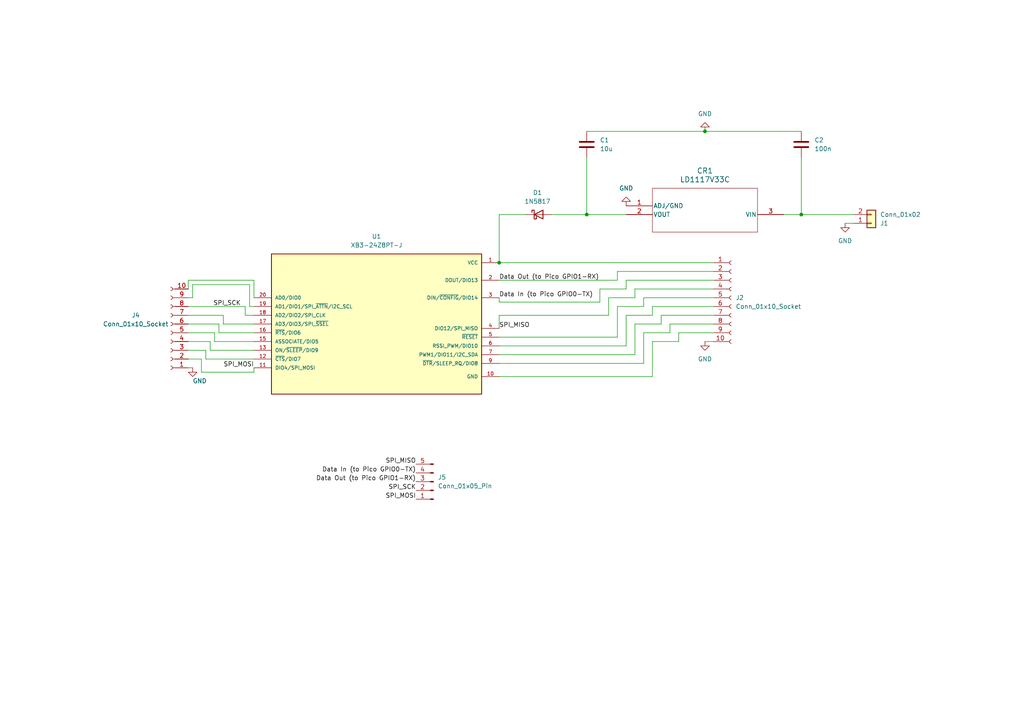
<source format=kicad_sch>
(kicad_sch (version 20230121) (generator eeschema)
  (paper "A4")
  (lib_symbols
    (symbol "Connector:Conn_01x05_Pin" (pin_names (offset 1.016) hide)
      (property "Reference" "J" (at 0 7.62 0))
      (property "Value" "Conn_01x05_Pin" (at 0 -7.62 0))
      (symbol "Conn_01x05_Pin_1_1"
        (polyline (pts (xy 1.27 -5.08) (xy 0.8636 -5.08)) (stroke (width 0.1524)))
        (polyline (pts (xy 1.27 -2.54) (xy 0.8636 -2.54)) (stroke (width 0.1524)))
        (polyline (pts (xy 1.27 0) (xy 0.8636 0)) (stroke (width 0.1524)))
        (polyline (pts (xy 1.27 2.54) (xy 0.8636 2.54)) (stroke (width 0.1524)))
        (polyline (pts (xy 1.27 5.08) (xy 0.8636 5.08)) (stroke (width 0.1524)))
        (rectangle (start 0.8636 -4.953) (end 0 -5.207) (stroke (width 0.1524)) (fill (type outline)))
        (rectangle (start 0.8636 -2.413) (end 0 -2.667) (stroke (width 0.1524)) (fill (type outline)))
        (rectangle (start 0.8636 0.127) (end 0 -0.127) (stroke (width 0.1524)) (fill (type outline)))
        (rectangle (start 0.8636 2.667) (end 0 2.413) (stroke (width 0.1524)) (fill (type outline)))
        (rectangle (start 0.8636 5.207) (end 0 4.953) (stroke (width 0.1524)) (fill (type outline)))
        (pin passive line (at 5.08 5.08 180) (length 3.81) (name "Pin_1") (number "1"))
        (pin passive line (at 5.08 2.54 180) (length 3.81) (name "Pin_2") (number "2"))
        (pin passive line (at 5.08 0 180) (length 3.81) (name "Pin_3") (number "3"))
        (pin passive line (at 5.08 -2.54 180) (length 3.81) (name "Pin_4") (number "4"))
        (pin passive line (at 5.08 -5.08 180) (length 3.81) (name "Pin_5") (number "5"))
      )
    )
    (symbol "Connector:Conn_01x10_Socket" (pin_names (offset 1.016) hide)
      (property "Reference" "J" (at 0 12.7 0))
      (property "Value" "Conn_01x10_Socket" (at 0 -15.24 0))
      (symbol "Conn_01x10_Socket_1_1"
        (arc (start 0 -12.192) (mid -0.5058 -12.7) (end 0 -13.208) (stroke (width 0.1524)))
        (arc (start 0 -9.652) (mid -0.5058 -10.16) (end 0 -10.668) (stroke (width 0.1524)))
        (arc (start 0 -7.112) (mid -0.5058 -7.62) (end 0 -8.128) (stroke (width 0.1524)))
        (arc (start 0 -4.572) (mid -0.5058 -5.08) (end 0 -5.588) (stroke (width 0.1524)))
        (arc (start 0 -2.032) (mid -0.5058 -2.54) (end 0 -3.048) (stroke (width 0.1524)))
        (polyline (pts (xy -1.27 -12.7) (xy -0.508 -12.7)) (stroke (width 0.1524)))
        (polyline (pts (xy -1.27 -10.16) (xy -0.508 -10.16)) (stroke (width 0.1524)))
        (polyline (pts (xy -1.27 -7.62) (xy -0.508 -7.62)) (stroke (width 0.1524)))
        (polyline (pts (xy -1.27 -5.08) (xy -0.508 -5.08)) (stroke (width 0.1524)))
        (polyline (pts (xy -1.27 -2.54) (xy -0.508 -2.54)) (stroke (width 0.1524)))
        (polyline (pts (xy -1.27 0) (xy -0.508 0)) (stroke (width 0.1524)))
        (polyline (pts (xy -1.27 2.54) (xy -0.508 2.54)) (stroke (width 0.1524)))
        (polyline (pts (xy -1.27 5.08) (xy -0.508 5.08)) (stroke (width 0.1524)))
        (polyline (pts (xy -1.27 7.62) (xy -0.508 7.62)) (stroke (width 0.1524)))
        (polyline (pts (xy -1.27 10.16) (xy -0.508 10.16)) (stroke (width 0.1524)))
        (arc (start 0 0.508) (mid -0.5058 0) (end 0 -0.508) (stroke (width 0.1524)))
        (arc (start 0 3.048) (mid -0.5058 2.54) (end 0 2.032) (stroke (width 0.1524)))
        (arc (start 0 5.588) (mid -0.5058 5.08) (end 0 4.572) (stroke (width 0.1524)))
        (arc (start 0 8.128) (mid -0.5058 7.62) (end 0 7.112) (stroke (width 0.1524)))
        (arc (start 0 10.668) (mid -0.5058 10.16) (end 0 9.652) (stroke (width 0.1524)))
        (pin passive line (at -5.08 10.16 0) (length 3.81) (name "Pin_1") (number "1"))
        (pin passive line (at -5.08 -12.7 0) (length 3.81) (name "Pin_10") (number "10"))
        (pin passive line (at -5.08 7.62 0) (length 3.81) (name "Pin_2") (number "2"))
        (pin passive line (at -5.08 5.08 0) (length 3.81) (name "Pin_3") (number "3"))
        (pin passive line (at -5.08 2.54 0) (length 3.81) (name "Pin_4") (number "4"))
        (pin passive line (at -5.08 0 0) (length 3.81) (name "Pin_5") (number "5"))
        (pin passive line (at -5.08 -2.54 0) (length 3.81) (name "Pin_6") (number "6"))
        (pin passive line (at -5.08 -5.08 0) (length 3.81) (name "Pin_7") (number "7"))
        (pin passive line (at -5.08 -7.62 0) (length 3.81) (name "Pin_8") (number "8"))
        (pin passive line (at -5.08 -10.16 0) (length 3.81) (name "Pin_9") (number "9"))
      )
    )
    (symbol "Connector_Generic:Conn_01x02" (pin_names (offset 1.016) hide)
      (property "Reference" "J" (at 0 2.54 0))
      (property "Value" "Conn_01x02" (at 0 -5.08 0))
      (symbol "Conn_01x02_1_1"
        (rectangle (start -1.27 -2.413) (end 0 -2.667) (stroke (width 0.1524)))
        (rectangle (start -1.27 0.127) (end 0 -0.127) (stroke (width 0.1524)))
        (rectangle (start -1.27 1.27) (end 1.27 -3.81) (stroke (width 0.254)) (fill (type background)))
        (pin passive line (at -5.08 0 0) (length 3.81) (name "Pin_1") (number "1"))
        (pin passive line (at -5.08 -2.54 0) (length 3.81) (name "Pin_2") (number "2"))
      )
    )
    (symbol "Device:C" (pin_numbers hide) (pin_names (offset 0.254))
      (property "Reference" "C" (at 0.635 2.54 0))
      (property "Value" "C" (at 0.635 -2.54 0))
      (symbol "C_0_1"
        (polyline (pts (xy -2.032 -0.762) (xy 2.032 -0.762)) (stroke (width 0.508)))
        (polyline (pts (xy -2.032 0.762) (xy 2.032 0.762)) (stroke (width 0.508)))
      )
      (symbol "C_1_1"
        (pin passive line (at 0 3.81 270) (length 2.794) (name "~") (number "1"))
        (pin passive line (at 0 -3.81 90) (length 2.794) (name "~") (number "2"))
      )
    )
    (symbol "Diode:1N5817" (pin_numbers hide) (pin_names (offset 1.016) hide)
      (property "Reference" "D" (at 0 2.54 0))
      (property "Value" "1N5817" (at 0 -2.54 0))
      (symbol "1N5817_0_1"
        (polyline (pts (xy 1.27 0) (xy -1.27 0)))
        (polyline (pts (xy 1.27 1.27) (xy 1.27 -1.27) (xy -1.27 0) (xy 1.27 1.27)) (stroke (width 0.254)))
        (polyline (pts (xy -1.905 0.635) (xy -1.905 1.27) (xy -1.27 1.27) (xy -1.27 -1.27) (xy -0.635 -1.27) (xy -0.635 -0.635)) (stroke (width 0.254)))
      )
      (symbol "1N5817_1_1"
        (pin passive line (at -3.81 0 0) (length 2.54) (name "K") (number "1"))
        (pin passive line (at 3.81 0 180) (length 2.54) (name "A") (number "2"))
      )
    )
    (symbol "LD1117V33C:LD1117V33C" (pin_names (offset 0.254))
      (property "Reference" "CR" (at 22.86 10.16 0))
      (property "Value" "LD1117V33C" (at 22.86 7.62 0))
      (symbol "LD1117V33C_0_1"
        (polyline (pts (xy 7.62 -7.62) (xy 38.1 -7.62)) (stroke (width 0.127)))
        (polyline (pts (xy 7.62 5.08) (xy 7.62 -7.62)) (stroke (width 0.127)))
        (polyline (pts (xy 38.1 -7.62) (xy 38.1 5.08)) (stroke (width 0.127)))
        (polyline (pts (xy 38.1 5.08) (xy 7.62 5.08)) (stroke (width 0.127)))
        (pin power_out line (at 0 0 0) (length 7.62) (name "ADJ/GND") (number "1"))
        (pin power_in line (at 0 -2.54 0) (length 7.62) (name "VOUT") (number "2"))
        (pin power_in line (at 45.72 -2.54 180) (length 7.62) (name "VIN") (number "3"))
      )
    )
    (symbol "XBeeModule:XB3-24Z8PT-J" (pin_names (offset 1.016))
      (property "Reference" "U1" (at 0 25.4 0))
      (property "Value" "XB3-24Z8PT-J" (at 0 22.86 0))
      (symbol "XB3-24Z8PT-J_0_0"
        (rectangle (start -30.48 20.32) (end 30.48 -20.32) (stroke (width 0.254)) (fill (type background)))
        (pin power_in line (at 35.56 17.78 180) (length 5.08) (name "VCC") (number "1"))
        (pin power_in line (at 35.56 -15.24 180) (length 5.08) (name "GND") (number "10"))
        (pin bidirectional line (at -35.56 -12.7 0) (length 5.08) (name "DIO4/SPI_MOSI") (number "11"))
        (pin bidirectional line (at -35.56 -10.16 0) (length 5.08) (name "~{CTS}/DIO7") (number "12"))
        (pin bidirectional line (at -35.56 -7.62 0) (length 5.08) (name "ON/~{SLEEP}/DIO9") (number "13"))
        (pin bidirectional line (at -35.56 -5.08 0) (length 5.08) (name "ASSOCIATE/DIO5") (number "15"))
        (pin bidirectional line (at -35.56 -2.54 0) (length 5.08) (name "~{RTS}/DIO6") (number "16"))
        (pin bidirectional line (at -35.56 0 0) (length 5.08) (name "AD3/DIO3/SPI_~{SSEL}") (number "17"))
        (pin bidirectional line (at -35.56 2.54 0) (length 5.08) (name "AD2/DIO2/SPI_CLK") (number "18"))
        (pin bidirectional line (at -35.56 5.08 0) (length 5.08) (name "AD1/DIO1/SPI_~{ATTN}/I2C_SCL") (number "19"))
        (pin bidirectional line (at 35.56 12.7 180) (length 5.08) (name "DOUT/DIO13") (number "2"))
        (pin bidirectional line (at -35.56 7.62 0) (length 5.08) (name "AD0/DIO0") (number "20"))
        (pin bidirectional line (at 35.56 7.62 180) (length 5.08) (name "DIN/~{CONFIG}/DIO14") (number "3"))
        (pin bidirectional line (at 35.56 -1.27 180) (length 5.08) (name "DIO12/SPI_MISO") (number "4"))
        (pin input line (at 35.56 -3.81 180) (length 5.08) (name "~{RESET}") (number "5"))
        (pin bidirectional line (at 35.56 -6.35 180) (length 5.08) (name "RSSI_PWM/DIO10") (number "6"))
        (pin bidirectional line (at 35.56 -8.89 180) (length 5.08) (name "PWM1/DIO11/I2C_SDA") (number "7"))
        (pin bidirectional line (at 35.56 -11.43 180) (length 5.08) (name "~{DTR}/SLEEP_RQ/DIO8") (number "9"))
      )
    )
    (symbol "power:GND" (power) (pin_names (offset 0))
      (property "Value" "GND" (at 0 -3.81 0))
      (symbol "GND_0_1"
        (polyline (pts (xy 0 0) (xy 0 -1.27) (xy 1.27 -1.27) (xy 0 -2.54) (xy -1.27 -1.27) (xy 0 -1.27)))
      )
      (symbol "GND_1_1"
        (pin power_in line (at 0 0 270) (length 0) hide (name "GND") (number "1"))
      )
    )
  )
  (junction (at 170.18 62.23))
  (junction (at 232.41 62.23))
  (junction (at 144.78 76.2))
  (junction (at 204.47 38.1))
  (wire (pts (xy 196.85 96.52) (xy 207.01 96.52)))
  (wire (pts (xy 181.61 62.23) (xy 170.18 62.23)))
  (wire (pts (xy 186.69 105.41) (xy 186.69 96.52)))
  (wire (pts (xy 144.78 102.87) (xy 184.15 102.87)))
  (wire (pts (xy 58.42 104.14) (xy 58.42 107.95)))
  (wire (pts (xy 160.02 62.23) (xy 170.18 62.23)))
  (wire (pts (xy 189.23 99.06) (xy 196.85 99.06)))
  (wire (pts (xy 54.61 104.14) (xy 58.42 104.14)))
  (wire (pts (xy 54.61 88.9) (xy 71.12 88.9)))
  (wire (pts (xy 189.23 91.44) (xy 189.23 88.9)))
  (wire (pts (xy 186.69 96.52) (xy 194.31 96.52)))
  (wire (pts (xy 72.39 82.55) (xy 72.39 88.9)))
  (wire (pts (xy 59.69 104.14) (xy 73.66 104.14)))
  (wire (pts (xy 191.77 91.44) (xy 207.01 91.44)))
  (wire (pts (xy 184.15 86.36) (xy 184.15 83.82)))
  (wire (pts (xy 73.66 81.28) (xy 73.66 86.36)))
  (wire (pts (xy 62.23 96.52) (xy 62.23 99.06)))
  (wire (pts (xy 55.88 86.36) (xy 54.61 86.36)))
  (wire (pts (xy 227.33 62.23) (xy 232.41 62.23)))
  (wire (pts (xy 62.23 99.06) (xy 73.66 99.06)))
  (wire (pts (xy 179.07 97.79) (xy 179.07 88.9)))
  (wire (pts (xy 60.96 101.6) (xy 73.66 101.6)))
  (wire (pts (xy 54.61 96.52) (xy 62.23 96.52)))
  (wire (pts (xy 189.23 88.9) (xy 207.01 88.9)))
  (wire (pts (xy 73.66 107.95) (xy 73.66 106.68)))
  (wire (pts (xy 144.78 81.28) (xy 179.07 81.28)))
  (wire (pts (xy 196.85 99.06) (xy 196.85 96.52)))
  (wire (pts (xy 181.61 100.33) (xy 181.61 91.44)))
  (wire (pts (xy 144.78 91.44) (xy 144.78 95.25)))
  (wire (pts (xy 71.12 91.44) (xy 73.66 91.44)))
  (wire (pts (xy 179.07 88.9) (xy 186.69 88.9)))
  (wire (pts (xy 232.41 45.72) (xy 232.41 62.23)))
  (wire (pts (xy 170.18 45.72) (xy 170.18 62.23)))
  (wire (pts (xy 54.61 93.98) (xy 63.5 93.98)))
  (wire (pts (xy 144.78 62.23) (xy 152.4 62.23)))
  (wire (pts (xy 144.78 62.23) (xy 144.78 76.2)))
  (wire (pts (xy 186.69 86.36) (xy 207.01 86.36)))
  (wire (pts (xy 207.01 81.28) (xy 181.61 81.28)))
  (wire (pts (xy 63.5 96.52) (xy 73.66 96.52)))
  (wire (pts (xy 207.01 76.2) (xy 144.78 76.2)))
  (wire (pts (xy 144.78 100.33) (xy 181.61 100.33)))
  (wire (pts (xy 54.61 81.28) (xy 54.61 83.82)))
  (wire (pts (xy 54.61 101.6) (xy 59.69 101.6)))
  (wire (pts (xy 64.77 93.98) (xy 73.66 93.98)))
  (wire (pts (xy 181.61 81.28) (xy 181.61 83.82)))
  (wire (pts (xy 144.78 91.44) (xy 176.53 91.44)))
  (wire (pts (xy 54.61 81.28) (xy 73.66 81.28)))
  (wire (pts (xy 173.99 87.63) (xy 173.99 83.82)))
  (wire (pts (xy 186.69 88.9) (xy 186.69 86.36)))
  (wire (pts (xy 181.61 91.44) (xy 189.23 91.44)))
  (wire (pts (xy 144.78 86.36) (xy 144.78 87.63)))
  (wire (pts (xy 184.15 93.98) (xy 184.15 102.87)))
  (wire (pts (xy 232.41 62.23) (xy 247.65 62.23)))
  (wire (pts (xy 189.23 99.06) (xy 189.23 109.22)))
  (wire (pts (xy 72.39 88.9) (xy 73.66 88.9)))
  (wire (pts (xy 184.15 83.82) (xy 207.01 83.82)))
  (wire (pts (xy 64.77 91.44) (xy 64.77 93.98)))
  (wire (pts (xy 181.61 83.82) (xy 173.99 83.82)))
  (wire (pts (xy 176.53 86.36) (xy 184.15 86.36)))
  (wire (pts (xy 194.31 96.52) (xy 194.31 93.98)))
  (wire (pts (xy 176.53 91.44) (xy 176.53 86.36)))
  (wire (pts (xy 59.69 101.6) (xy 59.69 104.14)))
  (wire (pts (xy 54.61 91.44) (xy 64.77 91.44)))
  (wire (pts (xy 58.42 107.95) (xy 73.66 107.95)))
  (wire (pts (xy 170.18 38.1) (xy 204.47 38.1)))
  (wire (pts (xy 204.47 38.1) (xy 232.41 38.1)))
  (wire (pts (xy 54.61 99.06) (xy 60.96 99.06)))
  (wire (pts (xy 63.5 93.98) (xy 63.5 96.52)))
  (wire (pts (xy 179.07 78.74) (xy 179.07 81.28)))
  (wire (pts (xy 144.78 105.41) (xy 186.69 105.41)))
  (wire (pts (xy 204.47 99.06) (xy 207.01 99.06)))
  (wire (pts (xy 55.88 82.55) (xy 55.88 86.36)))
  (wire (pts (xy 71.12 88.9) (xy 71.12 91.44)))
  (wire (pts (xy 189.23 109.22) (xy 144.78 109.22)))
  (wire (pts (xy 144.78 87.63) (xy 173.99 87.63)))
  (wire (pts (xy 144.78 97.79) (xy 179.07 97.79)))
  (wire (pts (xy 184.15 93.98) (xy 191.77 93.98)))
  (wire (pts (xy 245.11 64.77) (xy 247.65 64.77)))
  (wire (pts (xy 179.07 78.74) (xy 207.01 78.74)))
  (wire (pts (xy 194.31 93.98) (xy 207.01 93.98)))
  (wire (pts (xy 60.96 99.06) (xy 60.96 101.6)))
  (wire (pts (xy 191.77 93.98) (xy 191.77 91.44)))
  (wire (pts (xy 55.88 82.55) (xy 72.39 82.55)))
  (wire (pts (xy 54.61 106.68) (xy 55.88 106.68)))
  (label "Data In (to Pico GPIO0-TX)" (at 120.65 137.16 180))
  (label "Data In (to Pico GPIO0-TX)" (at 144.78 86.36 0))
  (label "SPI_MOSI" (at 73.66 106.68 180))
  (label "SPI_MISO" (at 144.78 95.25 0))
  (label "SPI_MISO" (at 120.65 134.62 180))
  (label "Data Out (to Pico GPIO1-RX)" (at 144.78 81.28 0))
  (label "Data Out (to Pico GPIO1-RX)" (at 120.65 139.7 180))
  (label "SPI_SCK" (at 69.85 88.9 180))
  (label "SPI_MOSI" (at 120.65 144.78 180))
  (label "SPI_SCK" (at 120.65 142.24 180))
  (symbol (lib_id "power:GND") (at 245.11 64.77 0) (unit 1)
    (property "Reference" "#PWR01" (effects hide))
    (property "Value" "GND" (at 245.11 69.85 0))
  )
  (symbol (lib_id "Connector:Conn_01x10_Socket") (at 212.09 86.36 0) (unit 1)
    (property "Reference" "J2" (at 213.36 86.36 0) (effects (justify left)))
    (property "Value" "Conn_01x10_Socket" (at 213.36 88.9 0) (effects (justify left)))
    (property "Footprint" "Connector_PinSocket_2.54mm:PinSocket_1x10_P2.54mm_Vertical" (effects hide))
  )
  (symbol (lib_id "power:GND") (at 204.47 38.1 180) (unit 1)
    (property "Reference" "#PWR06" (effects hide))
    (property "Value" "GND" (at 204.47 33.02 0))
  )
  (symbol (lib_id "Device:C") (at 232.41 41.91 0) (unit 1)
    (property "Reference" "C2" (at 236.22 40.64 0) (effects (justify left)))
    (property "Value" "100n" (at 236.22 43.18 0) (effects (justify left)))
    (property "Footprint" "Capacitor_SMD:C_0603_1608Metric" (effects hide))
    (property "Datasheet" "https://mm.digikey.com/Volume0/opasdata/d220001/medias/docus/609/CL10B104KB8NNNC_Spec.pdf" (effects hide))
    (property "DigiKey" "https://www.digikey.com/en/products/detail/samsung-electro-mechanics/CL10B104KB8NNNC/3886658" (effects hide))
  )
  (symbol (lib_id "Connector:Conn_01x10_Socket") (at 49.53 96.52 180) (unit 1)
    (property "Reference" "J4" (at 39.37 91.44 0))
    (property "Value" "Conn_01x10_Socket" (at 39.37 93.98 0))
    (property "Footprint" "Connector_PinSocket_2.54mm:PinSocket_1x10_P2.54mm_Vertical" (effects hide))
  )
  (symbol (lib_id "Connector:Conn_01x05_Pin") (at 125.73 139.7 180) (unit 1)
    (property "Reference" "J5" (at 127 138.43 0) (effects (justify right)))
    (property "Value" "Conn_01x05_Pin" (at 127 140.97 0) (effects (justify right)))
    (property "Footprint" "Connector_PinSocket_2.54mm:PinSocket_1x05_P2.54mm_Vertical" (effects hide))
  )
  (symbol (lib_id "Device:C") (at 170.18 41.91 0) (unit 1)
    (property "Reference" "C1" (at 173.99 40.64 0) (effects (justify left)))
    (property "Value" "10u" (at 173.99 43.18 0) (effects (justify left)))
    (property "Footprint" "Capacitor_SMD:C_0805_2012Metric" (effects hide))
    (property "Datasheet" "https://mm.digikey.com/Volume0/opasdata/d220001/medias/docus/5545/CL21A106KAYNNNE%20Spec.pdf" (effects hide))
    (property "DigiKey" "https://www.digikey.com/en/products/detail/samsung-electro-mechanics/CL21A106KAYNNNE/3888549" (effects hide))
  )
  (symbol (lib_id "Diode:1N5817") (at 156.21 62.23 0) (unit 1)
    (property "Reference" "D1" (at 155.8925 55.88 0))
    (property "Value" "1N5817" (at 155.8925 58.42 0))
    (property "Footprint" "Diode_THT:D_DO-41_SOD81_P10.16mm_Horizontal" (effects hide))
    (property "Datasheet" "http://www.vishay.com/docs/88525/1n5817.pdf" (effects hide))
    (property "DigiKey" "https://www.digikey.com/en/products/detail/vishay-general-semiconductor-diodes-division/1N5817-E3-73/2139978" (effects hide))
  )
  (symbol (lib_id "power:GND") (at 181.61 59.69 180) (unit 1)
    (property "Reference" "#PWR02" (effects hide))
    (property "Value" "GND" (at 181.61 54.61 0))
  )
  (symbol (lib_id "power:GND") (at 204.47 99.06 0) (unit 1)
    (property "Reference" "#PWR03" (effects hide))
    (property "Value" "GND" (at 204.47 104.14 0))
  )
  (symbol (lib_id "XBeeModule:XB3-24Z8PT-J") (at 109.22 93.98 0) (unit 1)
    (property "Reference" "U1" (at 109.22 68.58 0))
    (property "Value" "XB3-24Z8PT-J" (at 109.22 71.12 0))
    (property "Footprint" "XBeeModule:XCVR_XB3-24Z8PT-J" (effects hide))
    (property "MF" "Digi International" (effects hide))
    (property "MAXIMUM_PACKAGE_HEIGHT" "2.8mm" (effects hide))
    (property "Package" "Module Digi International" (effects hide))
    (property "Price" "None" (effects hide))
    (property "Check_prices" "https://www.snapeda.com/parts/XB3-24Z8PT-J/Digi+International/view-part/?ref=eda" (effects hide))
    (property "STANDARD" "Manufacturer Recommendations" (effects hide))
    (property "PARTREV" "N/A" (effects hide))
    (property "SnapEDA_Link" "https://www.snapeda.com/parts/XB3-24Z8PT-J/Digi+International/view-part/?ref=snap" (effects hide))
    (property "MP" "XB3-24Z8PT-J" (effects hide))
    (property "Description" "\n                        \n                            802.15.4 Zigbee® Transceiver Module 2.4GHz Integrated, Trace Through Hole\n                        \n" (effects hide))
    (property "Availability" "In Stock" (effects hide))
    (property "MANUFACTURER" "DIGI" (effects hide))
  )
  (symbol (lib_id "power:GND") (at 55.88 106.68 0) (unit 1)
    (property "Reference" "#PWR04" (effects hide))
    (property "Value" "GND" (at 55.88 110.49 0) (effects (justify left)))
  )
  (symbol (lib_id "LD1117V33C:LD1117V33C") (at 181.61 59.69 0) (unit 1)
    (property "Reference" "CR1" (at 204.47 49.53 0) (effects (font (size 1.524 1.524))))
    (property "Value" "LD1117V33C" (at 204.47 52.07 0) (effects (font (size 1.524 1.524))))
    (property "Footprint" "TO-220_STM" (effects hide))
    (property "Datasheet" "https://www.st.com/content/ccc/resource/technical/document/datasheet/99/3b/7d/91/91/51/4b/be/CD00000544.pdf/files/CD00000544.pdf/jcr:content/translations/en.CD00000544.pdf" (effects hide))
  )
  (symbol (lib_id "Connector_Generic:Conn_01x02") (at 252.73 64.77 0) (mirror x) (unit 1)
    (property "Reference" "J1" (at 255.27 64.77 0) (effects (justify left)))
    (property "Value" "Conn_01x02" (at 255.27 62.23 0) (effects (justify left)))
    (property "Footprint" "Connector_AMASS:AMASS_XT30UPB-M_1x02_P5.0mm_Vertical" (effects hide))
  )
)
</source>
